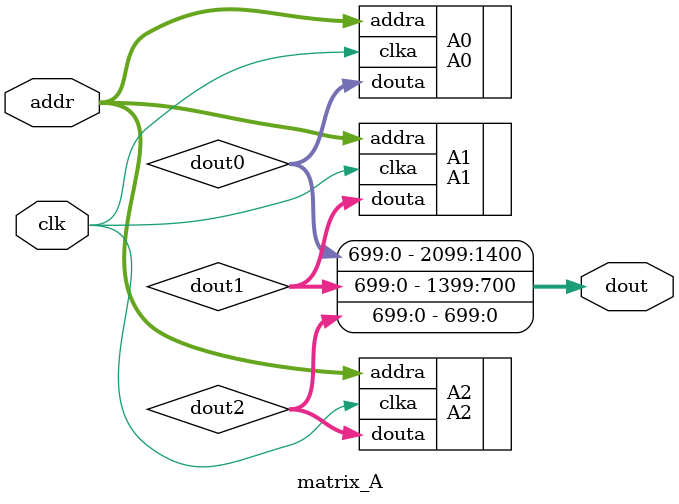
<source format=v>
`timescale 1ns / 1ps
module matrix_A(
	//input
	clk,
	addr,
	//output
	dout
    );
	 
parameter ADDR_W = 9;
parameter DAT_W = 2100;

input clk;
input [ADDR_W-1:0] addr;
output [DAT_W-1:0] dout;

wire [699:0] dout0, dout1, dout2;

assign dout = {dout0,dout1,dout2};
	 
A0 A0 (
  .clka(clk), // input clka
  .addra(addr), // input [8 : 0] addra
  .douta(dout0) // output [699 : 0] douta
);
A1 A1 (
  .clka(clk), // input clka
  .addra(addr), // input [8 : 0] addra
  .douta(dout1) // output [699 : 0] douta
);
A2 A2 (
  .clka(clk), // input clka
  .addra(addr), // input [8 : 0] addra
  .douta(dout2) // output [699: 0] douta
);

endmodule

</source>
